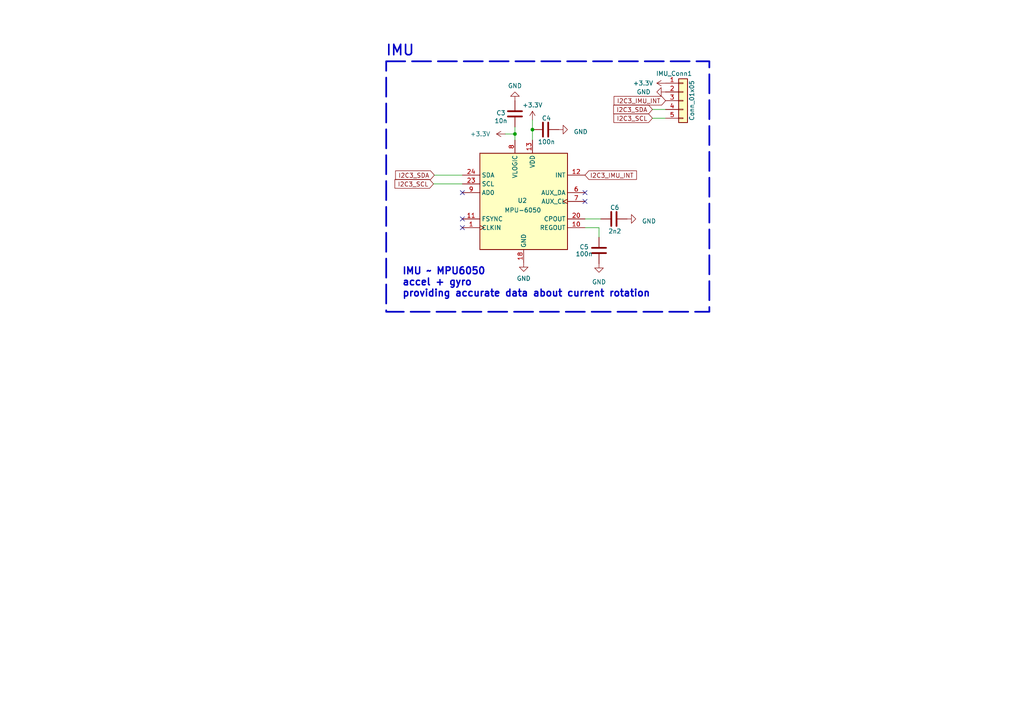
<source format=kicad_sch>
(kicad_sch (version 20231120) (generator "eeschema") (generator_version "8.0")
  (paper "A4")
  (lib_symbols
    (symbol "Connector_Generic:Conn_01x05" (pin_names (offset 1.016) hide)
      (property "Reference" "J" (at 0 7.62 0))
      (property "Value" "Conn_01x05" (at 0 -7.62 0))
      (symbol "Conn_01x05_1_1"
        (rectangle (start -1.27 -4.953) (end 0 -5.207) (stroke (width 0.1524)))
        (rectangle (start -1.27 -2.413) (end 0 -2.667) (stroke (width 0.1524)))
        (rectangle (start -1.27 0.127) (end 0 -0.127) (stroke (width 0.1524)))
        (rectangle (start -1.27 2.667) (end 0 2.413) (stroke (width 0.1524)))
        (rectangle (start -1.27 5.207) (end 0 4.953) (stroke (width 0.1524)))
        (rectangle (start -1.27 6.35) (end 1.27 -6.35) (stroke (width 0.254)) (fill (type background)))
        (pin passive line (at -5.08 5.08 0) (length 3.81) (name "Pin_1") (number "1"))
        (pin passive line (at -5.08 2.54 0) (length 3.81) (name "Pin_2") (number "2"))
        (pin passive line (at -5.08 0 0) (length 3.81) (name "Pin_3") (number "3"))
        (pin passive line (at -5.08 -2.54 0) (length 3.81) (name "Pin_4") (number "4"))
        (pin passive line (at -5.08 -5.08 0) (length 3.81) (name "Pin_5") (number "5"))
      )
    )
    (symbol "Device:C" (pin_numbers hide) (pin_names (offset 0.254))
      (property "Reference" "C" (at 0.635 2.54 0))
      (property "Value" "C" (at 0.635 -2.54 0))
      (symbol "C_0_1"
        (polyline (pts (xy -2.032 -0.762) (xy 2.032 -0.762)) (stroke (width 0.508)))
        (polyline (pts (xy -2.032 0.762) (xy 2.032 0.762)) (stroke (width 0.508)))
      )
      (symbol "C_1_1"
        (pin passive line (at 0 3.81 270) (length 2.794) (name "~") (number "1"))
        (pin passive line (at 0 -3.81 90) (length 2.794) (name "~") (number "2"))
      )
    )
    (symbol "Sensor_Motion:MPU-6050"
      (property "Reference" "U" (at -11.43 13.97 0))
      (property "Value" "MPU-6050" (at 7.62 -15.24 0))
      (symbol "MPU-6050_0_0"
        (text "" (at 12.7 -2.54 0) (effects (font (size 1.27 1.27))))
      )
      (symbol "MPU-6050_0_1"
        (rectangle (start -12.7 13.97) (end 12.7 -13.97) (stroke (width 0.254)) (fill (type background)))
      )
      (symbol "MPU-6050_1_1"
        (pin input clock (at -17.78 -7.62 0) (length 5.08) (name "CLKIN") (number "1"))
        (pin passive line (at 17.78 -7.62 180) (length 5.08) (name "REGOUT") (number "10"))
        (pin input line (at -17.78 -5.08 0) (length 5.08) (name "FSYNC") (number "11"))
        (pin output line (at 17.78 7.62 180) (length 5.08) (name "INT") (number "12"))
        (pin power_in line (at 2.54 17.78 270) (length 3.81) (name "VDD") (number "13"))
        (pin no_connect line (at -12.7 -10.16 0) (length 2.54) hide (name "NC") (number "14"))
        (pin no_connect line (at 12.7 12.7 180) (length 2.54) hide (name "NC") (number "15"))
        (pin no_connect line (at 12.7 10.16 180) (length 2.54) hide (name "NC") (number "16"))
        (pin no_connect line (at 12.7 5.08 180) (length 2.54) hide (name "NC") (number "17"))
        (pin power_in line (at 0 -17.78 90) (length 3.81) (name "GND") (number "18"))
        (pin no_connect line (at 12.7 -10.16 180) (length 2.54) hide (name "RESV") (number "19"))
        (pin no_connect line (at -12.7 12.7 0) (length 2.54) hide (name "NC") (number "2"))
        (pin passive line (at 17.78 -5.08 180) (length 5.08) (name "CPOUT") (number "20"))
        (pin no_connect line (at 12.7 -2.54 180) (length 2.54) hide (name "RESV") (number "21"))
        (pin no_connect line (at 12.7 -12.7 180) (length 2.54) hide (name "RESV") (number "22"))
        (pin input line (at -17.78 5.08 0) (length 5.08) (name "SCL") (number "23"))
        (pin bidirectional line (at -17.78 7.62 0) (length 5.08) (name "SDA") (number "24"))
        (pin no_connect line (at -12.7 10.16 0) (length 2.54) hide (name "NC") (number "3"))
        (pin no_connect line (at -12.7 0 0) (length 2.54) hide (name "NC") (number "4"))
        (pin no_connect line (at -12.7 -2.54 0) (length 2.54) hide (name "NC") (number "5"))
        (pin bidirectional line (at 17.78 2.54 180) (length 5.08) (name "AUX_DA") (number "6"))
        (pin output clock (at 17.78 0 180) (length 5.08) (name "AUX_CL") (number "7"))
        (pin power_in line (at -2.54 17.78 270) (length 3.81) (name "VLOGIC") (number "8"))
        (pin input line (at -17.78 2.54 0) (length 5.08) (name "AD0") (number "9"))
      )
    )
    (symbol "power:+3.3V" (power) (pin_names (offset 0))
      (property "Value" "+3.3V" (at 0 3.556 0))
      (symbol "+3.3V_0_1"
        (polyline (pts (xy -0.762 1.27) (xy 0 2.54)))
        (polyline (pts (xy 0 0) (xy 0 2.54)))
        (polyline (pts (xy 0 2.54) (xy 0.762 1.27)))
      )
      (symbol "+3.3V_1_1"
        (pin power_in line (at 0 0 90) (length 0) hide (name "+3.3V") (number "1"))
      )
    )
    (symbol "power:+3V3" (power) (pin_names (offset 0))
      (property "Value" "+3V3" (at 0 3.556 0))
      (symbol "+3V3_0_1"
        (polyline (pts (xy -0.762 1.27) (xy 0 2.54)))
        (polyline (pts (xy 0 0) (xy 0 2.54)))
        (polyline (pts (xy 0 2.54) (xy 0.762 1.27)))
      )
      (symbol "+3V3_1_1"
        (pin power_in line (at 0 0 90) (length 0) hide (name "+3V3") (number "1"))
      )
    )
    (symbol "power:GND" (power) (pin_names (offset 0))
      (property "Value" "GND" (at 0 -3.81 0))
      (symbol "GND_0_1"
        (polyline (pts (xy 0 0) (xy 0 -1.27) (xy 1.27 -1.27) (xy 0 -2.54) (xy -1.27 -1.27) (xy 0 -1.27)))
      )
      (symbol "GND_1_1"
        (pin power_in line (at 0 0 270) (length 0) hide (name "GND") (number "1"))
      )
    )
  )
  (junction (at 154.432 37.592))
  (junction (at 149.352 38.862))
  (no_connect (at 169.672 58.42))
  (no_connect (at 134.112 66.04))
  (no_connect (at 169.672 55.88))
  (no_connect (at 134.112 55.88))
  (no_connect (at 134.112 63.5))
  (wire (pts (xy 173.736 68.834) (xy 173.736 66.04)))
  (wire (pts (xy 149.352 38.862) (xy 149.352 40.64)))
  (wire (pts (xy 189.23 34.29) (xy 193.04 34.29)))
  (wire (pts (xy 189.23 31.75) (xy 193.04 31.75)))
  (wire (pts (xy 154.432 37.592) (xy 154.432 40.64)))
  (wire (pts (xy 125.73 53.34) (xy 134.112 53.34)))
  (wire (pts (xy 149.352 36.83) (xy 149.352 38.862)))
  (wire (pts (xy 169.672 66.04) (xy 173.736 66.04)))
  (wire (pts (xy 125.984 50.8) (xy 134.112 50.8)))
  (wire (pts (xy 174.244 63.5) (xy 169.672 63.5)))
  (wire (pts (xy 146.558 38.862) (xy 149.352 38.862)))
  (wire (pts (xy 154.432 34.798) (xy 154.432 37.592)))
  (rectangle (start 112.014 17.78) (end 205.74 90.424) (stroke (width 0.5) (type dash)))
  (text "IMU" (at 111.76 16.51 0) (effects (font (size 3 3) (thickness 0.454) (bold yes)) (justify left bottom)))
  (text "IMU ~ MPU6050 \naccel + gyro \nproviding accurate data about current rotation" (at 116.586 86.36 0) (effects (font (size 2 2) (thickness 0.4) (bold yes)) (justify left bottom)))
  (global_label "I2C3_IMU_INT" (shape input) (at 169.672 50.8 0) (property "Intersheetrefs" "${INTERSHEET_REFS}" (effects (hide yes))))
  (global_label "I2C3_SCL" (shape input) (at 125.73 53.34 180) (property "Intersheetrefs" "${INTERSHEET_REFS}" (effects (hide yes))))
  (global_label "I2C3_SCL" (shape input) (at 189.23 34.29 180) (property "Intersheetrefs" "${INTERSHEET_REFS}" (effects (hide yes))))
  (global_label "I2C3_SDA" (shape input) (at 189.23 31.75 180) (property "Intersheetrefs" "${INTERSHEET_REFS}" (effects (hide yes))))
  (global_label "I2C3_IMU_INT" (shape input) (at 193.04 29.21 180) (property "Intersheetrefs" "${INTERSHEET_REFS}" (effects (hide yes))))
  (global_label "I2C3_SDA" (shape input) (at 125.984 50.8 180) (property "Intersheetrefs" "${INTERSHEET_REFS}" (effects (hide yes))))
  (symbol (lib_id "Device:C") (at 173.736 72.644 0) (unit 1)
    (property "Reference" "C5" (at 169.418 71.628 0))
    (property "Value" "100n" (at 169.418 73.66 0))
    (property "Footprint" "Capacitor_SMD:C_0603_1608Metric" (effects (hide yes)))
  )
  (symbol (lib_id "power:GND") (at 162.052 37.592 90) (unit 1)
    (property "Reference" "#PWR016" (effects (hide yes)))
    (property "Value" "GND" (at 166.37 38.227 90) (effects (justify right)))
  )
  (symbol (lib_id "power:GND") (at 181.864 63.5 90) (unit 1)
    (property "Reference" "#PWR018" (effects (hide yes)))
    (property "Value" "GND" (at 186.182 64.135 90) (effects (justify right)))
  )
  (symbol (lib_id "power:+3V3") (at 154.432 34.798 0) (unit 1)
    (property "Reference" "#PWR015" (effects (hide yes)))
    (property "Value" "+3.3V" (at 154.432 30.48 0))
  )
  (symbol (lib_id "power:GND") (at 151.892 76.2 0) (unit 1)
    (property "Reference" "#PWR014" (effects (hide yes)))
    (property "Value" "GND" (at 151.892 80.772 0))
  )
  (symbol (lib_id "power:+3V3") (at 146.558 38.862 90) (unit 1)
    (property "Reference" "#PWR012" (effects (hide yes)))
    (property "Value" "+3.3V" (at 142.24 38.8619 90) (effects (justify left)))
  )
  (symbol (lib_id "power:+3.3V") (at 193.04 24.13 90) (unit 1)
    (property "Reference" "#PWR010" (effects (hide yes)))
    (property "Value" "+3.3V" (at 189.484 24.1299 90) (effects (justify left)))
  )
  (symbol (lib_id "power:GND") (at 173.736 76.454 0) (unit 1)
    (property "Reference" "#PWR017" (effects (hide yes)))
    (property "Value" "GND" (at 173.736 81.788 0))
  )
  (symbol (lib_id "Device:C") (at 178.054 63.5 270) (unit 1)
    (property "Reference" "C6" (at 178.308 60.198 90))
    (property "Value" "2n2" (at 178.308 67.056 90))
    (property "Footprint" "Capacitor_SMD:C_0603_1608Metric" (effects (hide yes)))
  )
  (symbol (lib_id "power:GND") (at 149.352 29.21 180) (unit 1)
    (property "Reference" "#PWR013" (effects (hide yes)))
    (property "Value" "GND" (at 149.352 24.892 0))
  )
  (symbol (lib_id "Device:C") (at 158.242 37.592 270) (unit 1)
    (property "Reference" "C4" (at 158.496 34.29 90))
    (property "Value" "100n" (at 158.496 41.148 90))
    (property "Footprint" "Capacitor_SMD:C_0603_1608Metric" (effects (hide yes)))
  )
  (symbol (lib_id "power:GND") (at 193.04 26.67 270) (unit 1)
    (property "Reference" "#PWR011" (effects (hide yes)))
    (property "Value" "GND" (at 188.722 26.6701 90) (effects (justify right)))
  )
  (symbol (lib_id "Sensor_Motion:MPU-6050") (at 151.892 58.42 0) (unit 1)
    (property "Reference" "U2" (at 150.114 58.166 0) (effects (justify left)))
    (property "Value" "MPU-6050" (at 146.304 60.96 0) (effects (justify left)))
    (property "Footprint" "Sensor_Motion:InvenSense_QFN-24_4x4mm_P0.5mm" (effects (hide yes)))
    (property "Datasheet" "https://invensense.tdk.com/wp-content/uploads/2015/02/MPU-6000-Datasheet1.pdf" (effects (hide yes)))
  )
  (symbol (lib_id "Device:C") (at 149.352 33.02 180) (unit 1)
    (property "Reference" "C3" (at 145.288 32.766 0))
    (property "Value" "10n" (at 145.288 35.052 0))
    (property "Footprint" "Capacitor_SMD:C_0603_1608Metric" (effects (hide yes)))
  )
  (symbol (lib_id "Connector_Generic:Conn_01x05") (at 198.12 29.21 0) (unit 1)
    (property "Reference" "IMU_Conn1" (at 190.246 21.336 0) (effects (justify left)))
    (property "Value" "Conn_01x05" (at 200.66 35.052 90) (effects (justify left)))
    (property "Footprint" "Libraries_SN:IMU_conn" (effects (hide yes)))
    (property "Description" "Generic connector, single row, 01x05, script generated (kicad-library-utils/schlib/autogen/connector/)" (effects (hide yes)))
  )
)
</source>
